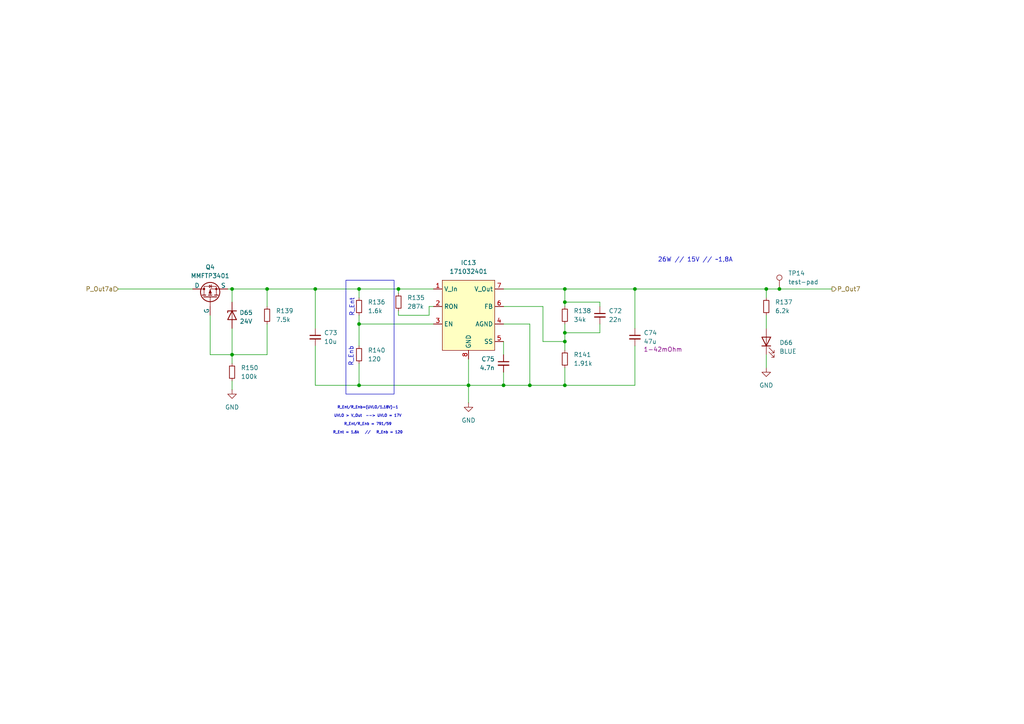
<source format=kicad_sch>
(kicad_sch (version 20231120) (generator "eeschema") (generator_version "8.0")
  (paper "A4")
  (title_block (title "PDU FT25") (date "2024-11-23") (rev "V1.1") (company "Janek Herm") (comment 1 "FaSTTUBe Electronics"))
  (lib_symbols
    (symbol "Connector:TestPoint" (pin_numbers hide) (pin_names (offset 0.762) hide)
      (property "Reference" "TP" (at 0 6.858 0))
      (property "Value" "TestPoint" (at 0 5.08 0))
      (symbol "TestPoint_0_1"
        (circle (center 0 3.302) (radius 0.762))
      )
      (symbol "TestPoint_1_1"
        (pin passive line (at 0 0 90) (length 2.54) (name "1") (number "1"))
      )
    )
    (symbol "Device:C_Small" (pin_numbers hide) (pin_names (offset 0.254) hide)
      (property "Reference" "C" (at 0.254 1.778 0))
      (property "Value" "C_Small" (at 0.254 -2.032 0))
      (symbol "C_Small_0_1"
        (polyline (pts (xy -1.524 -0.508) (xy 1.524 -0.508)) (stroke (width 0.3302)))
        (polyline (pts (xy -1.524 0.508) (xy 1.524 0.508)) (stroke (width 0.3048)))
      )
      (symbol "C_Small_1_1"
        (pin passive line (at 0 2.54 270) (length 2.032) (name "~") (number "1"))
        (pin passive line (at 0 -2.54 90) (length 2.032) (name "~") (number "2"))
      )
    )
    (symbol "Device:D_Zener" (pin_numbers hide) (pin_names (offset 1.016) hide)
      (property "Reference" "D" (at 0 2.54 0))
      (property "Value" "D_Zener" (at 0 -2.54 0))
      (symbol "D_Zener_0_1"
        (polyline (pts (xy 1.27 0) (xy -1.27 0)))
        (polyline (pts (xy -1.27 -1.27) (xy -1.27 1.27) (xy -0.762 1.27)) (stroke (width 0.254)))
        (polyline (pts (xy 1.27 -1.27) (xy 1.27 1.27) (xy -1.27 0) (xy 1.27 -1.27)) (stroke (width 0.254)))
      )
      (symbol "D_Zener_1_1"
        (pin passive line (at -3.81 0 0) (length 2.54) (name "K") (number "1"))
        (pin passive line (at 3.81 0 180) (length 2.54) (name "A") (number "2"))
      )
    )
    (symbol "Device:LED" (pin_numbers hide) (pin_names (offset 1.016) hide)
      (property "Reference" "D" (at 0 2.54 0))
      (property "Value" "LED" (at 0 -2.54 0))
      (symbol "LED_0_1"
        (polyline (pts (xy -1.27 -1.27) (xy -1.27 1.27)) (stroke (width 0.254)))
        (polyline (pts (xy -1.27 0) (xy 1.27 0)))
        (polyline (pts (xy 1.27 -1.27) (xy 1.27 1.27) (xy -1.27 0) (xy 1.27 -1.27)) (stroke (width 0.254)))
        (polyline (pts (xy -3.048 -0.762) (xy -4.572 -2.286) (xy -3.81 -2.286) (xy -4.572 -2.286) (xy -4.572 -1.524)))
        (polyline (pts (xy -1.778 -0.762) (xy -3.302 -2.286) (xy -2.54 -2.286) (xy -3.302 -2.286) (xy -3.302 -1.524)))
      )
      (symbol "LED_1_1"
        (pin passive line (at -3.81 0 0) (length 2.54) (name "K") (number "1"))
        (pin passive line (at 3.81 0 180) (length 2.54) (name "A") (number "2"))
      )
    )
    (symbol "Device:R_Small" (pin_numbers hide) (pin_names (offset 0.254) hide)
      (property "Reference" "R" (at 0.762 0.508 0))
      (property "Value" "R_Small" (at 0.762 -1.016 0))
      (symbol "R_Small_0_1"
        (rectangle (start -0.762 1.778) (end 0.762 -1.778) (stroke (width 0.2032)))
      )
      (symbol "R_Small_1_1"
        (pin passive line (at 0 2.54 270) (length 0.762) (name "~") (number "1"))
        (pin passive line (at 0 -2.54 90) (length 0.762) (name "~") (number "2"))
      )
    )
    (symbol "FaSTTUBe_Voltage_Regulators:171032401"
      (property "Reference" "IC" (at 0.254 8.636 0))
      (property "Value" "171032401" (at 0.508 6.604 0))
      (symbol "171032401_1_1"
        (rectangle (start -7.62 5.08) (end 7.62 -15.24) (fill (type background)))
        (pin passive line (at -10.16 2.54 0) (length 2.54) (name "V_In") (number "1"))
        (pin passive line (at -10.16 -2.54 0) (length 2.54) (name "RON") (number "2"))
        (pin passive line (at -10.16 -7.62 0) (length 2.54) (name "EN") (number "3"))
        (pin power_in line (at 10.16 -7.62 180) (length 2.54) (name "AGND") (number "4"))
        (pin passive line (at 10.16 -12.7 180) (length 2.54) (name "SS") (number "5"))
        (pin passive line (at 10.16 -2.54 180) (length 2.54) (name "FB") (number "6"))
        (pin power_out line (at 10.16 2.54 180) (length 2.54) (name "V_Out") (number "7"))
        (pin power_in line (at 0 -17.78 90) (length 2.54) (name "GND") (number "8"))
      )
    )
    (symbol "Simulation_SPICE:PMOS" (pin_numbers hide) (pin_names (offset 0))
      (property "Reference" "Q" (at 5.08 1.27 0))
      (property "Value" "PMOS" (at 5.08 -1.27 0))
      (symbol "PMOS_0_1"
        (polyline (pts (xy 0.254 0) (xy -2.54 0)))
        (polyline (pts (xy 0.254 1.905) (xy 0.254 -1.905)) (stroke (width 0.254)))
        (polyline (pts (xy 0.762 -1.27) (xy 0.762 -2.286)) (stroke (width 0.254)))
        (polyline (pts (xy 0.762 0.508) (xy 0.762 -0.508)) (stroke (width 0.254)))
        (polyline (pts (xy 0.762 2.286) (xy 0.762 1.27)) (stroke (width 0.254)))
        (polyline (pts (xy 2.54 2.54) (xy 2.54 1.778)))
        (polyline (pts (xy 2.54 -2.54) (xy 2.54 0) (xy 0.762 0)))
        (polyline (pts (xy 0.762 1.778) (xy 3.302 1.778) (xy 3.302 -1.778) (xy 0.762 -1.778)))
        (polyline (pts (xy 2.286 0) (xy 1.27 0.381) (xy 1.27 -0.381) (xy 2.286 0)) (fill (type outline)))
        (polyline (pts (xy 2.794 -0.508) (xy 2.921 -0.381) (xy 3.683 -0.381) (xy 3.81 -0.254)))
        (polyline (pts (xy 3.302 -0.381) (xy 2.921 0.254) (xy 3.683 0.254) (xy 3.302 -0.381)))
        (circle (center 1.651 0) (radius 2.794) (stroke (width 0.254)))
        (circle (center 2.54 -1.778) (radius 0.254) (fill (type outline)))
        (circle (center 2.54 1.778) (radius 0.254) (fill (type outline)))
      )
      (symbol "PMOS_1_1"
        (pin passive line (at 2.54 5.08 270) (length 2.54) (name "D") (number "1"))
        (pin input line (at -5.08 0 0) (length 2.54) (name "G") (number "2"))
        (pin passive line (at 2.54 -5.08 90) (length 2.54) (name "S") (number "3"))
      )
    )
    (symbol "power:GND" (power) (pin_numbers hide) (pin_names (offset 0) hide)
      (property "Value" "GND" (at 0 -3.81 0))
      (symbol "GND_0_1"
        (polyline (pts (xy 0 0) (xy 0 -1.27) (xy 1.27 -1.27) (xy 0 -2.54) (xy -1.27 -1.27) (xy 0 -1.27)))
      )
      (symbol "GND_1_1"
        (pin power_in line (at 0 0 270) (length 0) (name "~") (number "1"))
      )
    )
  )
  (junction (at 184.15 83.82))
  (junction (at 163.83 111.76))
  (junction (at 163.83 87.63))
  (junction (at 222.25 83.82))
  (junction (at 104.14 111.76))
  (junction (at 67.31 102.87))
  (junction (at 163.83 83.82))
  (junction (at 77.47 83.82))
  (junction (at 153.67 111.76))
  (junction (at 115.57 83.82))
  (junction (at 163.83 96.52))
  (junction (at 104.14 93.98))
  (junction (at 163.83 99.06))
  (junction (at 226.06 83.82))
  (junction (at 91.44 83.82))
  (junction (at 135.89 111.76))
  (junction (at 104.14 83.82))
  (junction (at 67.31 83.82))
  (junction (at 146.05 111.76))
  (wire (pts (xy 104.14 83.82) (xy 104.14 86.36)))
  (wire (pts (xy 146.05 88.9) (xy 157.48 88.9)))
  (wire (pts (xy 222.25 102.87) (xy 222.25 106.68)))
  (wire (pts (xy 77.47 83.82) (xy 77.47 88.9)))
  (wire (pts (xy 67.31 110.49) (xy 67.31 113.03)))
  (wire (pts (xy 104.14 93.98) (xy 125.73 93.98)))
  (wire (pts (xy 163.83 106.68) (xy 163.83 111.76)))
  (wire (pts (xy 146.05 111.76) (xy 135.89 111.76)))
  (wire (pts (xy 124.46 91.44) (xy 124.46 88.9)))
  (wire (pts (xy 184.15 100.33) (xy 184.15 111.76)))
  (wire (pts (xy 163.83 99.06) (xy 163.83 101.6)))
  (wire (pts (xy 91.44 111.76) (xy 104.14 111.76)))
  (wire (pts (xy 153.67 111.76) (xy 163.83 111.76)))
  (wire (pts (xy 115.57 91.44) (xy 124.46 91.44)))
  (wire (pts (xy 146.05 93.98) (xy 153.67 93.98)))
  (wire (pts (xy 104.14 111.76) (xy 135.89 111.76)))
  (wire (pts (xy 163.83 83.82) (xy 184.15 83.82)))
  (wire (pts (xy 153.67 93.98) (xy 153.67 111.76)))
  (wire (pts (xy 157.48 99.06) (xy 163.83 99.06)))
  (wire (pts (xy 163.83 96.52) (xy 163.83 99.06)))
  (wire (pts (xy 146.05 111.76) (xy 153.67 111.76)))
  (wire (pts (xy 222.25 83.82) (xy 226.06 83.82)))
  (wire (pts (xy 163.83 87.63) (xy 173.99 87.63)))
  (wire (pts (xy 222.25 91.44) (xy 222.25 95.25)))
  (wire (pts (xy 77.47 93.98) (xy 77.47 102.87)))
  (wire (pts (xy 67.31 102.87) (xy 67.31 105.41)))
  (wire (pts (xy 115.57 83.82) (xy 125.73 83.82)))
  (wire (pts (xy 135.89 111.76) (xy 135.89 116.84)))
  (wire (pts (xy 226.06 83.82) (xy 241.3 83.82)))
  (wire (pts (xy 66.04 83.82) (xy 67.31 83.82)))
  (wire (pts (xy 124.46 88.9) (xy 125.73 88.9)))
  (wire (pts (xy 146.05 99.06) (xy 146.05 102.87)))
  (wire (pts (xy 173.99 96.52) (xy 163.83 96.52)))
  (wire (pts (xy 34.29 83.82) (xy 55.88 83.82)))
  (wire (pts (xy 67.31 83.82) (xy 67.31 87.63)))
  (wire (pts (xy 146.05 107.95) (xy 146.05 111.76)))
  (wire (pts (xy 163.83 87.63) (xy 163.83 88.9)))
  (wire (pts (xy 104.14 105.41) (xy 104.14 111.76)))
  (wire (pts (xy 77.47 83.82) (xy 91.44 83.82)))
  (wire (pts (xy 104.14 91.44) (xy 104.14 93.98)))
  (wire (pts (xy 67.31 83.82) (xy 77.47 83.82)))
  (wire (pts (xy 67.31 95.25) (xy 67.31 102.87)))
  (wire (pts (xy 115.57 83.82) (xy 115.57 85.09)))
  (wire (pts (xy 222.25 83.82) (xy 222.25 86.36)))
  (wire (pts (xy 184.15 83.82) (xy 222.25 83.82)))
  (wire (pts (xy 104.14 83.82) (xy 115.57 83.82)))
  (wire (pts (xy 163.83 93.98) (xy 163.83 96.52)))
  (wire (pts (xy 163.83 111.76) (xy 184.15 111.76)))
  (wire (pts (xy 173.99 93.98) (xy 173.99 96.52)))
  (wire (pts (xy 60.96 102.87) (xy 67.31 102.87)))
  (wire (pts (xy 173.99 87.63) (xy 173.99 88.9)))
  (wire (pts (xy 91.44 83.82) (xy 104.14 83.82)))
  (wire (pts (xy 135.89 104.14) (xy 135.89 111.76)))
  (wire (pts (xy 184.15 83.82) (xy 184.15 95.25)))
  (wire (pts (xy 115.57 91.44) (xy 115.57 90.17)))
  (wire (pts (xy 60.96 91.44) (xy 60.96 102.87)))
  (wire (pts (xy 91.44 100.33) (xy 91.44 111.76)))
  (wire (pts (xy 104.14 93.98) (xy 104.14 100.33)))
  (wire (pts (xy 91.44 83.82) (xy 91.44 95.25)))
  (wire (pts (xy 157.48 88.9) (xy 157.48 99.06)))
  (wire (pts (xy 163.83 83.82) (xy 163.83 87.63)))
  (wire (pts (xy 146.05 83.82) (xy 163.83 83.82)))
  (wire (pts (xy 77.47 102.87) (xy 67.31 102.87)))
  (rectangle (start 100.33 81.28) (end 114.3 114.3))
  (text "R_Ent" (at 102.108 89.154 90) (effects (font (size 1.27 1.27))))
  (text "R_Ent/R_Enb=(UVLO/1.18V)-1\n\nUVLO > V_Out  --> UVLO = 17V\n\nR_Ent/R_Enb = 791/59\n\nR_Ent = 1.6k   //   R_Enb = 120" (at 106.68 117.856 0) (effects (font (size 0.75 0.75)) (justify top)))
  (text "26W // 15V // ~1,8A" (at 201.676 75.438 0) (effects (font (size 1.27 1.27))))
  (text "R_Enb" (at 101.854 103.378 90) (effects (font (size 1.27 1.27))))
  (hierarchical_label "P_Out7" (shape output) (at 241.3 83.82 0))
  (hierarchical_label "P_Out7a" (shape input) (at 34.29 83.82 180))
  (symbol (lib_id "Device:R_Small") (at 163.83 104.14 0) (unit 1)
    (property "Reference" "R141" (at 166.37 102.8699 0) (effects (justify left)))
    (property "Value" "1.91k" (at 166.37 105.4099 0) (effects (justify left)))
    (property "Footprint" "Resistor_SMD:R_0805_2012Metric" (effects (hide yes)))
    (property "Description" "Resistor, small symbol" (effects (hide yes)))
  )
  (symbol (lib_id "FaSTTUBe_Voltage_Regulators:171032401") (at 135.89 86.36 0) (unit 1)
    (property "Reference" "IC13" (at 135.89 76.2 0))
    (property "Value" "171032401" (at 135.89 78.74 0))
    (property "Footprint" "171032401:171032401" (effects (hide yes)))
    (property "Datasheet" "https://www.we-online.com/components/products/datasheet/171032401.pdf" (effects (hide yes)))
  )
  (symbol (lib_id "Device:C_Small") (at 91.44 97.79 0) (unit 1)
    (property "Reference" "C73" (at 93.98 96.5262 0) (effects (justify left)))
    (property "Value" "10u" (at 93.98 99.0662 0) (effects (justify left)))
    (property "Footprint" "Capacitor_SMD:C_1206_3216Metric" (effects (hide yes)))
    (property "Description" "Unpolarized capacitor, small symbol" (effects (hide yes)))
  )
  (symbol (lib_id "Device:R_Small") (at 77.47 91.44 0) (unit 1)
    (property "Reference" "R139" (at 80.01 90.1699 0) (effects (justify left)))
    (property "Value" "7.5k" (at 80.01 92.7099 0) (effects (justify left)))
    (property "Footprint" "Resistor_SMD:R_0603_1608Metric" (effects (hide yes)))
    (property "Description" "Resistor, small symbol" (effects (hide yes)))
  )
  (symbol (lib_id "power:GND") (at 222.25 106.68 0) (unit 1)
    (property "Reference" "#PWR0192" (effects (hide yes)))
    (property "Value" "GND" (at 222.25 111.76 0))
    (property "Description" "Power symbol creates a global label with name \"GND\" , ground" (effects (hide yes)))
  )
  (symbol (lib_id "Device:LED") (at 222.25 99.06 90) (unit 1)
    (property "Reference" "D66" (at 226.06 99.3774 90) (effects (justify right)))
    (property "Value" "BLUE" (at 226.06 101.9174 90) (effects (justify right)))
    (property "Footprint" "LED_SMD:LED_0603_1608Metric" (effects (hide yes)))
    (property "Datasheet" "https://www.we-online.com/components/products/datasheet/150060BS75000.pdf" (effects (hide yes)))
    (property "Description" "Light emitting diode" (effects (hide yes)))
    (property "MPR" "150060BS75000" (effects (hide yes)))
  )
  (symbol (lib_id "power:GND") (at 135.89 116.84 0) (unit 1)
    (property "Reference" "#PWR0194" (effects (hide yes)))
    (property "Value" "GND" (at 135.89 121.92 0))
    (property "Description" "Power symbol creates a global label with name \"GND\" , ground" (effects (hide yes)))
  )
  (symbol (lib_id "Device:R_Small") (at 104.14 88.9 0) (unit 1)
    (property "Reference" "R136" (at 106.68 87.6299 0) (effects (justify left)))
    (property "Value" "1.6k" (at 106.68 90.1699 0) (effects (justify left)))
    (property "Footprint" "Resistor_SMD:R_0805_2012Metric" (effects (hide yes)))
    (property "Description" "Resistor, small symbol" (effects (hide yes)))
  )
  (symbol (lib_id "Device:R_Small") (at 222.25 88.9 0) (unit 1)
    (property "Reference" "R137" (at 224.79 87.6299 0) (effects (justify left)))
    (property "Value" "6.2k" (at 224.79 90.1699 0) (effects (justify left)))
    (property "Footprint" "Resistor_SMD:R_0603_1608Metric" (effects (hide yes)))
    (property "Description" "Resistor, small symbol" (effects (hide yes)))
  )
  (symbol (lib_id "Device:C_Small") (at 184.15 97.79 0) (unit 1)
    (property "Reference" "C74" (at 186.69 96.5262 0) (effects (justify left)))
    (property "Value" "47u" (at 186.69 99.0662 0) (effects (justify left)))
    (property "Footprint" "Capacitor_SMD:C_1206_3216Metric" (effects (hide yes)))
    (property "Description" "Unpolarized capacitor, small symbol" (effects (hide yes)))
    (property "Resistance" "1-42mOhm" (at 192.278 101.346 0))
  )
  (symbol (lib_id "Device:R_Small") (at 104.14 102.87 0) (unit 1)
    (property "Reference" "R140" (at 106.68 101.5999 0) (effects (justify left)))
    (property "Value" "120" (at 106.68 104.1399 0) (effects (justify left)))
    (property "Footprint" "Resistor_SMD:R_0805_2012Metric" (effects (hide yes)))
    (property "Description" "Resistor, small symbol" (effects (hide yes)))
  )
  (symbol (lib_id "Device:C_Small") (at 173.99 91.44 0) (unit 1)
    (property "Reference" "C72" (at 176.53 90.1762 0) (effects (justify left)))
    (property "Value" "22n" (at 176.53 92.7162 0) (effects (justify left)))
    (property "Footprint" "Capacitor_SMD:C_0805_2012Metric" (effects (hide yes)))
    (property "Description" "Unpolarized capacitor, small symbol" (effects (hide yes)))
  )
  (symbol (lib_id "Device:R_Small") (at 67.31 107.95 0) (unit 1)
    (property "Reference" "R150" (at 69.85 106.6799 0) (effects (justify left)))
    (property "Value" "100k" (at 69.85 109.2199 0) (effects (justify left)))
    (property "Footprint" "Resistor_SMD:R_0603_1608Metric" (effects (hide yes)))
    (property "Description" "Resistor, small symbol" (effects (hide yes)))
  )
  (symbol (lib_id "Device:R_Small") (at 163.83 91.44 0) (unit 1)
    (property "Reference" "R138" (at 166.37 90.1699 0) (effects (justify left)))
    (property "Value" "34k" (at 166.37 92.7099 0) (effects (justify left)))
    (property "Footprint" "Resistor_SMD:R_0805_2012Metric" (effects (hide yes)))
    (property "Description" "Resistor, small symbol" (effects (hide yes)))
  )
  (symbol (lib_id "Simulation_SPICE:PMOS") (at 60.96 86.36 90) (unit 1)
    (property "Reference" "Q4" (at 60.96 77.47 90))
    (property "Value" "MMFTP3401" (at 60.96 80.01 90))
    (property "Footprint" "Package_TO_SOT_SMD:SOT-23" (effects (hide yes)))
    (property "Datasheet" "https://diotec.com/request/datasheet/mmftp3401.pdf" (effects (hide yes)))
    (property "Description" "P-MOSFET transistor, drain/source/gate" (effects (hide yes)))
    (property "Sim.Device" "PMOS" (effects (hide yes)))
    (property "Sim.Type" "VDMOS" (effects (hide yes)))
    (property "Sim.Pins" "1=D 2=G 3=S" (effects (hide yes)))
  )
  (symbol (lib_id "Device:C_Small") (at 146.05 105.41 0) (mirror y) (unit 1)
    (property "Reference" "C75" (at 143.51 104.1462 0) (effects (justify left)))
    (property "Value" "4.7n" (at 143.51 106.6862 0) (effects (justify left)))
    (property "Footprint" "Capacitor_SMD:C_0805_2012Metric" (effects (hide yes)))
    (property "Description" "Unpolarized capacitor, small symbol" (effects (hide yes)))
  )
  (symbol (lib_id "Device:D_Zener") (at 67.31 91.44 90) (mirror x) (unit 1)
    (property "Reference" "D65" (at 71.374 90.678 90))
    (property "Value" "24V" (at 71.374 93.218 90))
    (property "Footprint" "3SMAJ5934B-TP:DIOM5226X244N" (effects (hide yes)))
    (property "Datasheet" "https://www.mouser.de/datasheet/2/258/3SMAJ5918B_3SMAJ5956B_SMA_-3423242.pdf" (effects (hide yes)))
    (property "Description" "Zener diode" (effects (hide yes)))
    (property "MPR" "3SMAJ5934B-TP" (effects (hide yes)))
  )
  (symbol (lib_id "Connector:TestPoint") (at 226.06 83.82 0) (unit 1)
    (property "Reference" "TP14" (at 228.6 79.2479 0) (effects (justify left)))
    (property "Value" "test-pad" (at 228.6 81.7879 0) (effects (justify left)))
    (property "Footprint" "5025:5025" (effects (hide yes)))
    (property "Description" "test point" (effects (hide yes)))
  )
  (symbol (lib_id "power:GND") (at 67.31 113.03 0) (unit 1)
    (property "Reference" "#PWR0193" (effects (hide yes)))
    (property "Value" "GND" (at 67.31 118.11 0))
    (property "Description" "Power symbol creates a global label with name \"GND\" , ground" (effects (hide yes)))
  )
  (symbol (lib_id "Device:R_Small") (at 115.57 87.63 0) (unit 1)
    (property "Reference" "R135" (at 118.11 86.3599 0) (effects (justify left)))
    (property "Value" "287k" (at 118.11 88.8999 0) (effects (justify left)))
    (property "Footprint" "Resistor_SMD:R_0805_2012Metric" (effects (hide yes)))
    (property "Description" "Resistor, small symbol" (effects (hide yes)))
  )
)
</source>
